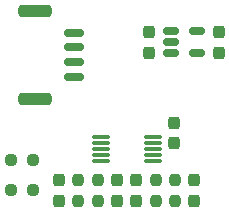
<source format=gtp>
G04 #@! TF.GenerationSoftware,KiCad,Pcbnew,7.0.1*
G04 #@! TF.CreationDate,2023-07-16T12:44:03+02:00*
G04 #@! TF.ProjectId,ADS1115_POTENTIOMETER,41445331-3131-4355-9f50-4f54454e5449,1*
G04 #@! TF.SameCoordinates,Original*
G04 #@! TF.FileFunction,Paste,Top*
G04 #@! TF.FilePolarity,Positive*
%FSLAX46Y46*%
G04 Gerber Fmt 4.6, Leading zero omitted, Abs format (unit mm)*
G04 Created by KiCad (PCBNEW 7.0.1) date 2023-07-16 12:44:03*
%MOMM*%
%LPD*%
G01*
G04 APERTURE LIST*
G04 Aperture macros list*
%AMRoundRect*
0 Rectangle with rounded corners*
0 $1 Rounding radius*
0 $2 $3 $4 $5 $6 $7 $8 $9 X,Y pos of 4 corners*
0 Add a 4 corners polygon primitive as box body*
4,1,4,$2,$3,$4,$5,$6,$7,$8,$9,$2,$3,0*
0 Add four circle primitives for the rounded corners*
1,1,$1+$1,$2,$3*
1,1,$1+$1,$4,$5*
1,1,$1+$1,$6,$7*
1,1,$1+$1,$8,$9*
0 Add four rect primitives between the rounded corners*
20,1,$1+$1,$2,$3,$4,$5,0*
20,1,$1+$1,$4,$5,$6,$7,0*
20,1,$1+$1,$6,$7,$8,$9,0*
20,1,$1+$1,$8,$9,$2,$3,0*%
G04 Aperture macros list end*
%ADD10RoundRect,0.237500X-0.237500X0.300000X-0.237500X-0.300000X0.237500X-0.300000X0.237500X0.300000X0*%
%ADD11RoundRect,0.237500X0.250000X0.237500X-0.250000X0.237500X-0.250000X-0.237500X0.250000X-0.237500X0*%
%ADD12RoundRect,0.075000X-0.650000X-0.075000X0.650000X-0.075000X0.650000X0.075000X-0.650000X0.075000X0*%
%ADD13RoundRect,0.237500X-0.237500X0.250000X-0.237500X-0.250000X0.237500X-0.250000X0.237500X0.250000X0*%
%ADD14RoundRect,0.237500X0.237500X-0.300000X0.237500X0.300000X-0.237500X0.300000X-0.237500X-0.300000X0*%
%ADD15RoundRect,0.150000X-0.512500X-0.150000X0.512500X-0.150000X0.512500X0.150000X-0.512500X0.150000X0*%
%ADD16RoundRect,0.150000X0.700000X-0.150000X0.700000X0.150000X-0.700000X0.150000X-0.700000X-0.150000X0*%
%ADD17RoundRect,0.250000X1.150000X-0.250000X1.150000X0.250000X-1.150000X0.250000X-1.150000X-0.250000X0*%
G04 APERTURE END LIST*
D10*
X103045452Y-65322865D03*
X103045452Y-67047865D03*
X110007952Y-52785365D03*
X110007952Y-54510365D03*
X104132952Y-52785365D03*
X104132952Y-54510365D03*
D11*
X94282952Y-63585365D03*
X92457952Y-63585365D03*
D12*
X100020452Y-61660365D03*
X100020452Y-62160365D03*
X100020452Y-62660365D03*
X100020452Y-63160365D03*
X100020452Y-63660365D03*
X104420452Y-63660365D03*
X104420452Y-63160365D03*
X104420452Y-62660365D03*
X104420452Y-62160365D03*
X104420452Y-61660365D03*
D13*
X106315452Y-65272865D03*
X106315452Y-67097865D03*
D11*
X94282952Y-66135365D03*
X92457952Y-66135365D03*
D14*
X106220452Y-62172865D03*
X106220452Y-60447865D03*
D15*
X105945452Y-52685365D03*
X105945452Y-53635365D03*
X105945452Y-54585365D03*
X108220452Y-54585365D03*
X108220452Y-52685365D03*
D10*
X107945452Y-65322865D03*
X107945452Y-67047865D03*
X101395452Y-65322865D03*
X101395452Y-67047865D03*
D13*
X98145452Y-65272865D03*
X98145452Y-67097865D03*
D10*
X96520452Y-65322865D03*
X96520452Y-67047865D03*
D13*
X99770452Y-65272865D03*
X99770452Y-67097865D03*
D16*
X97795452Y-56585365D03*
X97795452Y-55335365D03*
X97795452Y-54085365D03*
X97795452Y-52835365D03*
D17*
X94445452Y-58435365D03*
X94445452Y-50985365D03*
D13*
X104695452Y-65272865D03*
X104695452Y-67097865D03*
M02*

</source>
